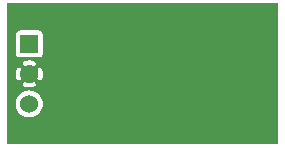
<source format=gbr>
G04 start of page 3 for group 1 idx 1 *
G04 Title: (unknown), solder *
G04 Creator: pcb 20110918 *
G04 CreationDate: Sun 03 Feb 2013 01:26:42 AM GMT UTC *
G04 For: petersen *
G04 Format: Gerber/RS-274X *
G04 PCB-Dimensions: 100000 50000 *
G04 PCB-Coordinate-Origin: lower left *
%MOIN*%
%FSLAX25Y25*%
%LNBOTTOM*%
%ADD27C,0.0380*%
%ADD26C,0.0200*%
%ADD25C,0.0400*%
%ADD24C,0.0600*%
%ADD23C,0.0001*%
G54D23*G36*
X58495Y48500D02*X93000D01*
Y1500D01*
X58495D01*
Y2491D01*
X58500Y2491D01*
X58971Y2528D01*
X59430Y2638D01*
X59866Y2819D01*
X60269Y3065D01*
X60628Y3372D01*
X60935Y3731D01*
X61181Y4134D01*
X61362Y4570D01*
X61472Y5029D01*
X61500Y5500D01*
X61472Y5971D01*
X61362Y6430D01*
X61181Y6866D01*
X60935Y7269D01*
X60628Y7628D01*
X60485Y7750D01*
X60628Y7872D01*
X60935Y8231D01*
X61181Y8634D01*
X61362Y9070D01*
X61472Y9529D01*
X61500Y10000D01*
X61472Y10471D01*
X61362Y10930D01*
X61181Y11366D01*
X60935Y11769D01*
X60628Y12128D01*
X60485Y12250D01*
X60628Y12372D01*
X60935Y12731D01*
X61181Y13134D01*
X61362Y13570D01*
X61472Y14029D01*
X61500Y14500D01*
X61472Y14971D01*
X61362Y15430D01*
X61181Y15866D01*
X60935Y16269D01*
X60628Y16628D01*
X60269Y16935D01*
X59866Y17181D01*
X59430Y17362D01*
X58971Y17472D01*
X58500Y17509D01*
X58495Y17509D01*
Y48500D01*
G37*
G36*
X46245D02*X58495D01*
Y17509D01*
X58029Y17472D01*
X57570Y17362D01*
X57134Y17181D01*
X56731Y16935D01*
X56372Y16628D01*
X56065Y16269D01*
X55819Y15866D01*
X55638Y15430D01*
X55528Y14971D01*
X55491Y14500D01*
X55528Y14029D01*
X55638Y13570D01*
X55819Y13134D01*
X56065Y12731D01*
X56372Y12372D01*
X56515Y12250D01*
X56372Y12128D01*
X56065Y11769D01*
X55819Y11366D01*
X55638Y10930D01*
X55528Y10471D01*
X55491Y10000D01*
X55528Y9529D01*
X55638Y9070D01*
X55819Y8634D01*
X56065Y8231D01*
X56372Y7872D01*
X56515Y7750D01*
X56372Y7628D01*
X56065Y7269D01*
X55819Y6866D01*
X55638Y6430D01*
X55528Y5971D01*
X55491Y5500D01*
X55528Y5029D01*
X55638Y4570D01*
X55819Y4134D01*
X56065Y3731D01*
X56372Y3372D01*
X56731Y3065D01*
X57134Y2819D01*
X57570Y2638D01*
X58029Y2528D01*
X58495Y2491D01*
Y1500D01*
X46245D01*
Y29510D01*
X46250Y29515D01*
X46372Y29372D01*
X46731Y29065D01*
X47134Y28819D01*
X47570Y28638D01*
X48029Y28528D01*
X48500Y28491D01*
X48971Y28528D01*
X49430Y28638D01*
X49866Y28819D01*
X50269Y29065D01*
X50628Y29372D01*
X50750Y29515D01*
X50872Y29372D01*
X51231Y29065D01*
X51634Y28819D01*
X52070Y28638D01*
X52529Y28528D01*
X53000Y28491D01*
X53471Y28528D01*
X53930Y28638D01*
X54366Y28819D01*
X54769Y29065D01*
X55128Y29372D01*
X55435Y29731D01*
X55681Y30134D01*
X55862Y30570D01*
X55972Y31029D01*
X56000Y31500D01*
X55972Y31971D01*
X55862Y32430D01*
X55681Y32866D01*
X55435Y33269D01*
X55128Y33628D01*
X54769Y33935D01*
X54366Y34181D01*
X53930Y34362D01*
X53471Y34472D01*
X53000Y34509D01*
X52529Y34472D01*
X52070Y34362D01*
X51634Y34181D01*
X51231Y33935D01*
X50872Y33628D01*
X50750Y33485D01*
X50628Y33628D01*
X50269Y33935D01*
X49866Y34181D01*
X49430Y34362D01*
X48971Y34472D01*
X48500Y34509D01*
X48029Y34472D01*
X47570Y34362D01*
X47134Y34181D01*
X46731Y33935D01*
X46372Y33628D01*
X46250Y33485D01*
X46245Y33490D01*
Y48500D01*
G37*
G36*
X13613D02*X46245D01*
Y33490D01*
X46128Y33628D01*
X45769Y33935D01*
X45366Y34181D01*
X44930Y34362D01*
X44471Y34472D01*
X44000Y34509D01*
X43529Y34472D01*
X43070Y34362D01*
X42634Y34181D01*
X42231Y33935D01*
X41872Y33628D01*
X41750Y33485D01*
X41628Y33628D01*
X41269Y33935D01*
X40866Y34181D01*
X40430Y34362D01*
X39971Y34472D01*
X39500Y34509D01*
X39029Y34472D01*
X38570Y34362D01*
X38134Y34181D01*
X37731Y33935D01*
X37372Y33628D01*
X37065Y33269D01*
X36819Y32866D01*
X36638Y32430D01*
X36528Y31971D01*
X36491Y31500D01*
X36528Y31029D01*
X36638Y30570D01*
X36819Y30134D01*
X37065Y29731D01*
X37372Y29372D01*
X37731Y29065D01*
X38134Y28819D01*
X38570Y28638D01*
X39029Y28528D01*
X39500Y28491D01*
X39971Y28528D01*
X40430Y28638D01*
X40866Y28819D01*
X41269Y29065D01*
X41628Y29372D01*
X41750Y29515D01*
X41872Y29372D01*
X42231Y29065D01*
X42634Y28819D01*
X43070Y28638D01*
X43529Y28528D01*
X44000Y28491D01*
X44471Y28528D01*
X44930Y28638D01*
X45366Y28819D01*
X45769Y29065D01*
X46128Y29372D01*
X46245Y29510D01*
Y1500D01*
X13613D01*
Y12302D01*
X13652Y12347D01*
X14022Y12951D01*
X14293Y13605D01*
X14458Y14294D01*
X14500Y15000D01*
X14458Y15706D01*
X14293Y16395D01*
X14022Y17049D01*
X13652Y17653D01*
X13613Y17698D01*
Y22853D01*
X13656Y22860D01*
X13768Y22897D01*
X13873Y22952D01*
X13968Y23022D01*
X14051Y23106D01*
X14119Y23202D01*
X14170Y23308D01*
X14318Y23716D01*
X14422Y24137D01*
X14484Y24567D01*
X14505Y25000D01*
X14484Y25433D01*
X14422Y25863D01*
X14318Y26284D01*
X14175Y26694D01*
X14122Y26800D01*
X14053Y26896D01*
X13970Y26981D01*
X13875Y27051D01*
X13769Y27106D01*
X13657Y27143D01*
X13613Y27151D01*
Y30630D01*
X13683Y30659D01*
X13884Y30783D01*
X14064Y30936D01*
X14217Y31116D01*
X14341Y31317D01*
X14431Y31535D01*
X14486Y31765D01*
X14500Y32000D01*
X14486Y38235D01*
X14431Y38465D01*
X14341Y38683D01*
X14217Y38884D01*
X14064Y39064D01*
X13884Y39217D01*
X13683Y39341D01*
X13613Y39370D01*
Y48500D01*
G37*
G36*
Y17698D02*X13192Y18192D01*
X12653Y18652D01*
X12049Y19022D01*
X11395Y19293D01*
X10706Y19458D01*
X10000Y19514D01*
Y20495D01*
X10433Y20516D01*
X10863Y20578D01*
X11284Y20682D01*
X11694Y20825D01*
X11800Y20878D01*
X11896Y20947D01*
X11981Y21030D01*
X12051Y21125D01*
X12106Y21231D01*
X12143Y21343D01*
X12163Y21460D01*
X12164Y21579D01*
X12146Y21696D01*
X12110Y21809D01*
X12057Y21915D01*
X11988Y22012D01*
X11905Y22096D01*
X11809Y22167D01*
X11704Y22221D01*
X11592Y22259D01*
X11475Y22278D01*
X11356Y22279D01*
X11239Y22261D01*
X11126Y22223D01*
X10855Y22124D01*
X10575Y22056D01*
X10289Y22014D01*
X10000Y22000D01*
Y28000D01*
X10289Y27986D01*
X10575Y27944D01*
X10855Y27876D01*
X11128Y27780D01*
X11239Y27742D01*
X11356Y27725D01*
X11474Y27725D01*
X11591Y27745D01*
X11703Y27782D01*
X11807Y27836D01*
X11902Y27906D01*
X11985Y27991D01*
X12054Y28087D01*
X12107Y28192D01*
X12143Y28305D01*
X12160Y28421D01*
X12159Y28539D01*
X12140Y28656D01*
X12103Y28768D01*
X12048Y28873D01*
X11978Y28968D01*
X11894Y29051D01*
X11798Y29119D01*
X11692Y29170D01*
X11284Y29318D01*
X10863Y29422D01*
X10433Y29484D01*
X10000Y29505D01*
Y30507D01*
X13235Y30514D01*
X13465Y30569D01*
X13613Y30630D01*
Y27151D01*
X13540Y27163D01*
X13421Y27164D01*
X13304Y27146D01*
X13191Y27110D01*
X13085Y27057D01*
X12988Y26988D01*
X12904Y26905D01*
X12833Y26809D01*
X12779Y26704D01*
X12741Y26592D01*
X12722Y26475D01*
X12721Y26356D01*
X12739Y26239D01*
X12777Y26126D01*
X12876Y25855D01*
X12944Y25575D01*
X12986Y25289D01*
X13000Y25000D01*
X12986Y24711D01*
X12944Y24425D01*
X12876Y24145D01*
X12780Y23872D01*
X12742Y23761D01*
X12725Y23644D01*
X12725Y23526D01*
X12745Y23409D01*
X12782Y23297D01*
X12836Y23193D01*
X12906Y23098D01*
X12991Y23015D01*
X13087Y22946D01*
X13192Y22893D01*
X13305Y22857D01*
X13421Y22840D01*
X13539Y22841D01*
X13613Y22853D01*
Y17698D01*
G37*
G36*
Y1500D02*X10000D01*
Y10486D01*
X10706Y10542D01*
X11395Y10707D01*
X12049Y10978D01*
X12653Y11348D01*
X13192Y11808D01*
X13613Y12302D01*
Y1500D01*
G37*
G36*
X10000Y48500D02*X13613D01*
Y39370D01*
X13465Y39431D01*
X13235Y39486D01*
X13000Y39500D01*
X10000Y39493D01*
Y48500D01*
G37*
G36*
X6387Y12302D02*X6808Y11808D01*
X7347Y11348D01*
X7951Y10978D01*
X8605Y10707D01*
X9294Y10542D01*
X10000Y10486D01*
Y1500D01*
X6387D01*
Y12302D01*
G37*
G36*
Y30630D02*X6535Y30569D01*
X6765Y30514D01*
X7000Y30500D01*
X10000Y30507D01*
Y29505D01*
X9567Y29484D01*
X9137Y29422D01*
X8716Y29318D01*
X8306Y29175D01*
X8200Y29122D01*
X8104Y29053D01*
X8019Y28970D01*
X7949Y28875D01*
X7894Y28769D01*
X7857Y28657D01*
X7837Y28540D01*
X7836Y28421D01*
X7854Y28304D01*
X7890Y28191D01*
X7943Y28085D01*
X8012Y27988D01*
X8095Y27904D01*
X8191Y27833D01*
X8296Y27779D01*
X8408Y27741D01*
X8525Y27722D01*
X8644Y27721D01*
X8761Y27739D01*
X8874Y27777D01*
X9145Y27876D01*
X9425Y27944D01*
X9711Y27986D01*
X10000Y28000D01*
Y22000D01*
X9711Y22014D01*
X9425Y22056D01*
X9145Y22124D01*
X8872Y22220D01*
X8761Y22258D01*
X8644Y22275D01*
X8526Y22275D01*
X8409Y22255D01*
X8297Y22218D01*
X8193Y22164D01*
X8098Y22094D01*
X8015Y22009D01*
X7946Y21913D01*
X7893Y21808D01*
X7857Y21695D01*
X7840Y21579D01*
X7841Y21461D01*
X7860Y21344D01*
X7897Y21232D01*
X7952Y21127D01*
X8022Y21032D01*
X8106Y20949D01*
X8202Y20881D01*
X8308Y20830D01*
X8716Y20682D01*
X9137Y20578D01*
X9567Y20516D01*
X10000Y20495D01*
X10000D01*
Y19514D01*
X9294Y19458D01*
X8605Y19293D01*
X7951Y19022D01*
X7347Y18652D01*
X6808Y18192D01*
X6387Y17698D01*
Y22849D01*
X6460Y22837D01*
X6579Y22836D01*
X6696Y22854D01*
X6809Y22890D01*
X6915Y22943D01*
X7012Y23012D01*
X7096Y23095D01*
X7167Y23191D01*
X7221Y23296D01*
X7259Y23408D01*
X7278Y23525D01*
X7279Y23644D01*
X7261Y23761D01*
X7223Y23874D01*
X7124Y24145D01*
X7056Y24425D01*
X7014Y24711D01*
X7000Y25000D01*
X7014Y25289D01*
X7056Y25575D01*
X7124Y25855D01*
X7220Y26128D01*
X7258Y26239D01*
X7275Y26356D01*
X7275Y26474D01*
X7255Y26591D01*
X7218Y26703D01*
X7164Y26807D01*
X7094Y26902D01*
X7009Y26985D01*
X6913Y27054D01*
X6808Y27107D01*
X6695Y27143D01*
X6579Y27160D01*
X6461Y27159D01*
X6387Y27147D01*
Y30630D01*
G37*
G36*
Y48500D02*X10000D01*
Y39493D01*
X6765Y39486D01*
X6535Y39431D01*
X6387Y39370D01*
Y48500D01*
G37*
G36*
X2500Y1500D02*Y48500D01*
X6387D01*
Y39370D01*
X6317Y39341D01*
X6116Y39217D01*
X5936Y39064D01*
X5783Y38884D01*
X5659Y38683D01*
X5569Y38465D01*
X5514Y38235D01*
X5500Y38000D01*
X5514Y31765D01*
X5569Y31535D01*
X5659Y31317D01*
X5783Y31116D01*
X5936Y30936D01*
X6116Y30783D01*
X6317Y30659D01*
X6387Y30630D01*
Y27147D01*
X6344Y27140D01*
X6232Y27103D01*
X6127Y27048D01*
X6032Y26978D01*
X5949Y26894D01*
X5881Y26798D01*
X5830Y26692D01*
X5682Y26284D01*
X5578Y25863D01*
X5516Y25433D01*
X5495Y25000D01*
X5516Y24567D01*
X5578Y24137D01*
X5682Y23716D01*
X5825Y23306D01*
X5878Y23200D01*
X5947Y23104D01*
X6030Y23019D01*
X6125Y22949D01*
X6231Y22894D01*
X6343Y22857D01*
X6387Y22849D01*
Y17698D01*
X6348Y17653D01*
X5978Y17049D01*
X5707Y16395D01*
X5542Y15706D01*
X5486Y15000D01*
X5542Y14294D01*
X5707Y13605D01*
X5978Y12951D01*
X6348Y12347D01*
X6387Y12302D01*
Y1500D01*
X2500D01*
G37*
G36*
X35500Y28000D02*Y35000D01*
X56500D01*
Y28000D01*
X35500D01*
G37*
G36*
X54500Y1500D02*Y19500D01*
X62500D01*
Y1500D01*
X54500D01*
G37*
G36*
X7000Y38000D02*Y32000D01*
X13000D01*
Y38000D01*
X7000D01*
G37*
G54D24*X10000Y25000D03*
Y15000D03*
G54D25*X58500Y14500D03*
Y10000D03*
Y5500D03*
X44000Y31500D03*
X53000D03*
X39500D03*
X48500D03*
G54D26*G54D27*M02*

</source>
